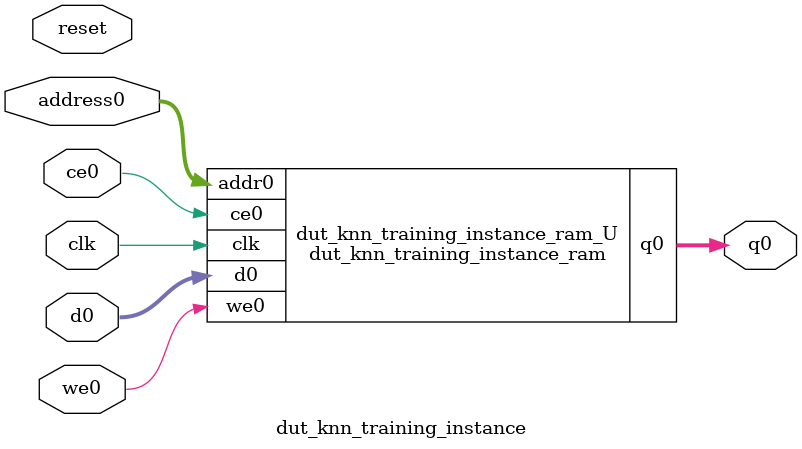
<source format=v>

`timescale 1 ns / 1 ps
module dut_knn_training_instance_ram (addr0, ce0, d0, we0, q0,  clk);

parameter DWIDTH = 32;
parameter AWIDTH = 14;
parameter MEM_SIZE = 13720;

input[AWIDTH-1:0] addr0;
input ce0;
input[DWIDTH-1:0] d0;
input we0;
output reg[DWIDTH-1:0] q0;
input clk;

(* ram_style = "block" *)reg [DWIDTH-1:0] ram[MEM_SIZE-1:0];




always @(posedge clk)  
begin 
    if (ce0) 
    begin
        if (we0) 
        begin 
            ram[addr0] <= d0; 
            q0 <= d0;
        end 
        else 
            q0 <= ram[addr0];
    end
end


endmodule


`timescale 1 ns / 1 ps
module dut_knn_training_instance(
    reset,
    clk,
    address0,
    ce0,
    we0,
    d0,
    q0);

parameter DataWidth = 32'd32;
parameter AddressRange = 32'd13720;
parameter AddressWidth = 32'd14;
input reset;
input clk;
input[AddressWidth - 1:0] address0;
input ce0;
input we0;
input[DataWidth - 1:0] d0;
output[DataWidth - 1:0] q0;



dut_knn_training_instance_ram dut_knn_training_instance_ram_U(
    .clk( clk ),
    .addr0( address0 ),
    .ce0( ce0 ),
    .d0( d0 ),
    .we0( we0 ),
    .q0( q0 ));

endmodule


</source>
